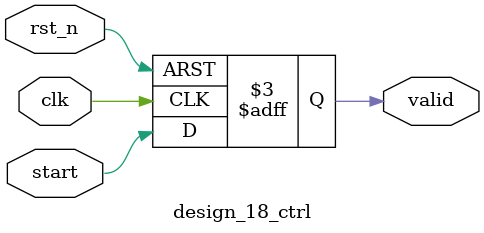
<source format=v>
module design_18_ctrl(
  input  clk,
  input  rst_n,
  input  start,
  output reg valid
);
  reg start_q;
  always @(posedge clk or negedge rst_n) begin
    if (!rst_n) begin
      valid <= 1'b0;
      start_q <= 1'b0;
    end else begin
      start_q <= start;
      valid <= start;
    end
  end
endmodule

</source>
